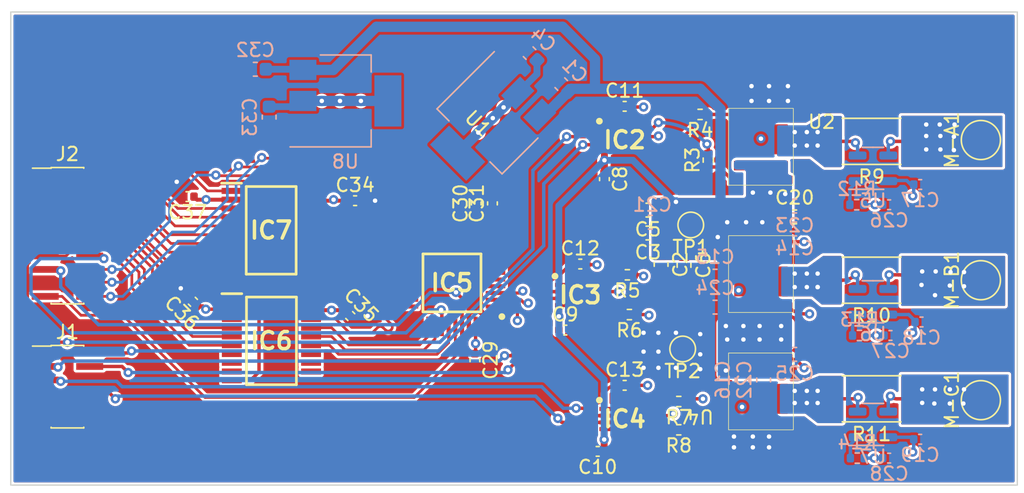
<source format=kicad_pcb>
(kicad_pcb (version 20211014) (generator pcbnew)
  (layers (0 "F.Cu" signal "Front") (1 "In1.Cu" signal) (2 "In2.Cu" mixed) (31 "B.Cu" signal "Back") (34 "B.Paste" user) (35 "F.Paste" user) (36 "B.SilkS" user "B.Silkscreen") (37 "F.SilkS" user "F.Silkscreen") (38 "B.Mask" user) (39 "F.Mask" user) (44 "Edge.Cuts" user))
  (property "2" "/2")
  (net 0 "")
  (net 1 "batt")
  (net 2 "GND")
  (net 3 "5v")
  (net 4 "A_current")
  (net 5 "en3")
  (net 6 "en2")
  (net 7 "en1")
  (net 8 "pwm2")
  (net 9 "pwm3")
  (net 10 "pwm1")
  (net 12 "3v3")
  (net 13 "Net-(C11-Pad1)")
  (net 14 "Net-(C11-Pad2)")
  (net 15 "Net-(C12-Pad1)")
  (net 16 "Net-(C12-Pad2)")
  (net 17 "Net-(C13-Pad1)")
  (net 18 "Net-(C13-Pad2)")
  (net 19 "Net-(C30-Pad1)")
  (net 20 "Net-(IC4-Pad5)")
  (net 21 "Net-(R3-Pad1)")
  (net 22 "Net-(IC2-Pad8)")
  (net 23 "Net-(IC4-Pad8)")
  (net 24 "Net-(IC2-Pad5)")
  (net 25 "Net-(R5-Pad1)")
  (net 26 "Net-(IC3-Pad8)")
  (net 28 "Net-(IC3-Pad5)")
  (net 33 "A")
  (net 34 "B")
  (net 35 "C")
  (net 36 "Net-(R12-Pad2)")
  (net 39 "/adc/busy")
  (net 40 "B_current")
  (net 41 "/adc/b0")
  (net 42 "C_current")
  (net 43 "/adc/b1")
  (net 44 "/adc/b2")
  (net 45 "/adc/b3")
  (net 46 "/adc/b4")
  (net 47 "/adc/b5")
  (net 48 "/adc/b6")
  (net 49 "/adc/b7")
  (net 50 "/adc/b8")
  (net 51 "/adc/b9")
  (net 52 "/adc/b10")
  (net 53 "/adc/b11")
  (net 56 "Net-(IC7-Pad1)")
  (net 57 "Net-(IC7-Pad3)")
  (net 60 "/adc/a2")
  (net 61 "/adc/a1")
  (net 62 "/adc/a0")
  (net 63 "/adc/wr")
  (net 64 "/adc/clk")
  (net 65 "/adc/rd")
  (net 66 "Net-(IC7-Pad4)")
  (net 67 "Net-(IC7-Pad5)")
  (net 68 "Net-(IC7-Pad6)")
  (net 69 "Net-(IC7-Pad7)")
  (net 70 "Net-(IC7-Pad8)")
  (net 71 "Net-(IC7-Pad9)")
  (net 72 "Net-(R7-Pad1)")
  (net 73 "Net-(R4-Pad1)")
  (net 74 "Net-(R6-Pad1)")
  (net 75 "Net-(IC6-Pad1)")
  (net 76 "Net-(IC6-Pad3)")
  (net 77 "Net-(IC6-Pad4)")
  (net 78 "Net-(IC6-Pad5)")
  (net 79 "Net-(IC6-Pad6)")
  (net 83 "Net-(R8-Pad1)")
  (net 84 "Net-(R13-Pad2)")
  (net 85 "Net-(R14-Pad2)")
  (footprint "Connector_PinHeader_1.00mm:PinHeader_2x06_P1.00mm_Vertical_SMD" (layer "F.Cu") (at 71.198607 88.889138)
    (fp_text reference "J1")
    (fp_text value "Conn_02x06_Counter_Clockwise" hide)
  )
  (footprint "foc_fpga:pdfn5060" (layer "F.Cu") (at 122.598607 81.081638 180)
    (fp_text reference "U3" hide)
    (fp_text value "ru30j30m" hide)
  )
  (footprint "Connector_PinHeader_1.00mm:PinHeader_2x10_P1.00mm_Vertical_SMD" (layer "F.Cu") (at 71.198607 77.689138)
    (fp_text reference "J2")
    (fp_text value "Conn_02x10_Counter_Clockwise" hide)
  )
  (footprint "Resistor_SMD:R_2512_6332Metric" (layer "F.Cu") (at 130.798607 89.789138 180)
    (fp_text reference "R11")
    (fp_text value "1m")
  )
  (footprint "Capacitor_SMD:C_0402_1005Metric" (layer "F.Cu") (at 92.159196 83.649727 -45)
    (fp_text reference "C35")
    (fp_text value "100nf")
  )
  (footprint "Capacitor_SMD:C_0603_1608Metric" (layer "F.Cu") (at 125.098607 76.289138)
    (fp_text reference "C20")
    (fp_text value "22uf")
  )
  (footprint "KiCad:SON50P300X300X100-9N-D" (layer "F.Cu") (at 112.498607 91.289138)
    (fp_text reference "IC4")
    (fp_text value "NCP81155MNTXG" hide)
  )
  (footprint "Resistor_SMD:R_0402_1005Metric" (layer "F.Cu") (at 118.088607 68.689138 180)
    (fp_text reference "R4")
    (fp_text value "20")
  )
  (footprint "Resistor_SMD:R_0402_1005Metric" (layer "F.Cu") (at 116.508607 92.089138 180)
    (fp_text reference "R8")
    (fp_text value "20")
  )
  (footprint "KiCad:SON50P300X300X100-9N-D" (layer "F.Cu") (at 112.498607 70.589138)
    (fp_text reference "IC2")
    (fp_text value "NCP81155MNTXG" hide)
  )
  (footprint "Capacitor_SMD:C_0402_1005Metric" (layer "F.Cu") (at 80.498607 82.589138 135)
    (fp_text reference "C36")
    (fp_text value "100nf")
  )
  (footprint "TestPoint:TestPoint_Pad_D2.5mm" (layer "F.Cu") (at 138.898607 80.989138 90)
    (fp_text reference "M-B1")
    (fp_text value "TestPoint")
  )
  (footprint "foc_fpga:pdfn5060" (layer "F.Cu") (at 122.598607 89.789138 180)
    (fp_text reference "U4")
    (fp_text value "ru30j30m" hide)
  )
  (footprint "KiCad:QFP50P700X700X120-32N" (layer "F.Cu") (at 99.698607 81.189138 180)
    (fp_text reference "IC5")
    (fp_text value "ADS7852Y_2K" hide)
  )
  (footprint "Resistor_SMD:R_0402_1005Metric" (layer "F.Cu") (at 116.508607 89.989138 180)
    (fp_text reference "R7")
    (fp_text value "20")
  )
  (footprint "Capacitor_SMD:C_0603_1608Metric" (layer "F.Cu") (at 114.223607 75.789138 180)
    (fp_text reference "C5")
    (fp_text value "22uf")
  )
  (footprint "Capacitor_SMD:C_0402_1005Metric" (layer "F.Cu") (at 108.098607 84.689138)
    (fp_text reference "C9")
    (fp_text value "2.2uf")
  )
  (footprint "Capacitor_SMD:C_0402_1005Metric" (layer "F.Cu") (at 112.498607 88.789138)
    (fp_text reference "C13")
    (fp_text value "100nf")
  )
  (footprint "Capacitor_SMD:C_0402_1005Metric" (layer "F.Cu") (at 101.498607 75.289138 90)
    (fp_text reference "C30")
    (fp_text value "100nf")
  )
  (footprint "Capacitor_SMD:C_0402_1005Metric" (layer "F.Cu") (at 92.518607 75.089138)
    (fp_text reference "C34")
    (fp_text value "100nf")
  )
  (footprint "Capacitor_SMD:C_0402_1005Metric" (layer "F.Cu") (at 110.998607 73.489138 -90)
    (fp_text reference "C8")
    (fp_text value "2.2uf")
  )
  (footprint "Capacitor_SMD:C_0603_1608Metric" (layer "F.Cu") (at 114.223607 77.489138 180)
    (fp_text reference "C3")
    (fp_text value "22uf")
  )
  (footprint "Resistor_SMD:R_2512_6332Metric" (layer "F.Cu") (at 130.798607 70.689138 180)
    (fp_text reference "R9")
    (fp_text value "1m")
  )
  (footprint "Capacitor_SMD:C_0402_1005Metric" (layer "F.Cu") (at 80.098607 74.789138 180)
    (fp_text reference "C37")
    (fp_text value "100nf")
  )
  (footprint "Capacitor_SMD:C_0402_1005Metric" (layer "F.Cu") (at 109.208607 79.789138)
    (fp_text reference "C12")
    (fp_text value "100nf")
  )
  (footprint "Capacitor_SMD:C_0402_1005Metric" (layer "F.Cu") (at 101.398607 86.919138 -90)
    (fp_text reference "C29")
    (fp_text value "100nf")
  )
  (footprint "Capacitor_SMD:C_0402_1005Metric" (layer "F.Cu") (at 112.498607 68.089138)
    (fp_text reference "C11")
    (fp_text value "100nf")
  )
  (footprint "Resistor_SMD:R_0402_1005Metric" (layer "F.Cu") (at 112.698607 80.589138 180)
    (fp_text reference "R5")
    (fp_text value "20")
  )
  (footprint "KiCad:SON50P300X300X100-9N-D" (layer "F.Cu") (at 109.208607 82.089138)
    (fp_text reference "IC3")
    (fp_text value "NCP81155MNTXG" hide)
  )
  (footprint "Capacitor_SMD:C_0402_1005Metric" (layer "F.Cu") (at 110.498607 93.689138 180)
    (fp_text reference "C10")
    (fp_text value "2.2uf")
  )
  (footprint "TestPoint:TestPoint_Pad_D1.5mm" (layer "F.Cu") (at 117.398607 76.889138 180)
    (fp_text reference "TP1")
    (fp_text value "batt")
  )
  (footprint "TestPoint:TestPoint_Pad_D2.5mm" (layer "F.Cu") (at 138.898607 89.889138 90)
    (fp_text reference "M-C1")
    (fp_text value "TestPoint")
  )
  (footprint "TestPoint:TestPoint_Pad_D2.5mm" (layer "F.Cu") (at 138.898607 70.589138 90)
    (fp_text reference "M-A1")
    (fp_text value "TestPoint")
  )
  (footprint "Capacitor_SMD:C_0402_1005Metric" (layer "F.Cu") (at 102.698607 75.289138 90)
    (fp_text reference "C31")
    (fp_text value "2.2uf")
  )
  (footprint "Resistor_SMD:R_0402_1005Metric" (layer "F.Cu") (at 112.848607 83.539138 180)
    (fp_text reference "R6")
    (fp_text value "20")
  )
  (footprint "foc_fpga:pdfn5060" (layer "F.Cu") (at 122.598607 70.539138)
    (fp_text reference "U2")
    (fp_text value "ru30j30m" hide)
  )
  (footprint "Capacitor_SMD:C_0603_1608Metric" (layer "F.Cu") (at 115.198607 79.814138 -90)
    (fp_text reference "C2")
    (fp_text value "22uf")
  )
  (footprint "TestPoint:TestPoint_Pad_D1.5mm" (layer "F.Cu") (at 116.798607 86.089138 180)
    (fp_text reference "TP2")
    (fp_text value "gnd")
  )
  (footprint "KiCad:SOP65P640X120-20N" (layer "F.Cu") (at 86.298607 77.289138)
    (fp_text reference "IC7")
    (fp_text value "TXB0108PWRG4" hide)
  )
  (footprint "Resistor_SMD:R_0402_1005Metric" (layer "F.Cu") (at 118.698607 72.079139 90)
    (fp_text reference "R3")
    (fp_text value "20")
  )
  (footprint "KiCad:SOP65P640X120-20N" (layer "F.Cu") (at 86.318607 85.489138)
    (fp_text reference "IC6")
    (fp_text value "TXB0108PWRG4" hide)
  )
  (footprint "Resistor_SMD:R_2512_6332Metric" (layer "F.Cu") (at 130.798607 80.989138 180)
    (fp_text reference "R10")
    (fp_text value "1m")
  )
  (footprint "Capacitor_SMD:C_0603_1608Metric" (layer "F.Cu") (at 116.898607 79.889138 -90)
    (fp_text reference "C6")
    (fp_text value "22uf")
  )
  (footprint "Capacitor_SMD:C_0603_1608Metric" (layer "B.Cu") (at 119.198607 80.689138 180)
    (fp_text reference "C15")
    (fp_text value "22uf")
  )
  (footprint "Capacitor_SMD:C_0603_1608Metric" (layer "B.Cu") (at 125.098607 75.489138)
    (fp_text reference "C23")
    (fp_text value "22uf")
  )
  (footprint "Capacitor_SMD:C_0402_1005Metric" (layer "B.Cu") (at 134.498607 84.089138)
    (fp_text reference "C18")
    (fp_text value "100nf")
  )
  (footprint "Package_TO_SOT_SMD:SOT-23-5" (layer "B.Cu") (at 130.898607 72.689138)
    (fp_text reference "U5")
    (fp_text value "INA180A2")
  )
  (footprint "Capacitor_SMD:C_0603_1608Metric" (layer "B.Cu") (at 122.798607 88.389138 -90)
    (fp_text reference "C22")
    (fp_text value "22uf")
  )
  (footprint "Package_TO_SOT_SMD:SOT-223-3_TabPin2" (layer "B.Cu") (at 91.798607 67.689138)
    (fp_text reference "U8")
    (fp_text value "AMS1117-3.3")
  )
  (footprint "Capacitor_SMD:C_0603_1608Metric" (layer "B.Cu") (at 105.448607 64.139138 135)
    (fp_text reference "C4")
    (fp_text value "2.2uf")
  )
  (footprint "Capacitor_SMD:C_0402_1005Metric" (layer "B.Cu") (at 132.098607 94.189138)
    (fp_text reference "C28")
    (fp_text value "47nf")
  )
  (footprint "Resistor_SMD:R_0402_1005Metric" (layer "B.Cu") (at 129.698607 75.389138 180)
    (fp_text reference "R12")
    (fp_text value "1k")
  )
  (footprint "Capacitor_SMD:C_0603_1608Metric" (layer "B.Cu") (at 119.198607 82.989138 180)
    (fp_text reference "C24")
    (fp_text value "22uf")
  )
  (footprint "Capacitor_SMD:C_0402_1005Metric" (layer "B.Cu") (at 132.198607 85.089138)
    (fp_text reference "C27")
    (fp_text value "47nf")
  )
  (footprint "Package_TO_SOT_SMD:SOT-223-3_TabPin2" (layer "B.Cu") (at 102.348607 69.339138 -135)
    (fp_text reference "U1")
    (fp_text value "AMS1117-5.0")
  )
  (footprint "Capacitor_SMD:C_0603_1608Metric" (layer "B.Cu") (at 86.148607 68.889138 -90)
    (fp_text reference "C33")
    (fp_text value "2.2uf")
  )
  (footprint "Capacitor_SMD:C_0402_1005Metric" (layer "B.Cu") (at 134.398607 92.789138)
    (fp_text reference "C19")
    (fp_text value "100nf")
  )
  (footprint "Capacitor_SMD:C_0603_1608Metric" (layer "B.Cu") (at 107.796615 66.437146 135)
    (fp_text reference "C1")
    (fp_text value "2.2uf")
  )
  (footprint "Capacitor_SMD:C_0402_1005Metric" (layer "B.Cu") (at 134.398607 73.889138)
    (fp_text reference "C17")
    (fp_text value "100nf")
  )
  (footprint "Capacitor_SMD:C_0603_1608Metric" (layer "B.Cu") (at 114.398607 76.689138 180)
    (fp_text reference "C21")
    (fp_text value "22uf")
  )
  (footprint "Package_TO_SOT_SMD:SOT-23-5" (layer "B.Cu") (at 130.898607 82.589138)
    (fp_text reference "U6")
    (fp_text value "INA180A2")
  )
  (footprint "Package_TO_SOT_SMD:SOT-23-5" (layer "B.Cu") (at 130.898607 91.689138)
    (fp_text reference "U7")
    (fp_text value "INA180A2")
  )
  (footprint "Capacitor_SMD:C_0402_1005Metric" (layer "B.Cu") (at 132.098607 75.389138)
    (fp_text reference "C26")
    (fp_text value "47nf")
  )
  (footprint "Capacitor_SMD:C_0603_1608Metric" (layer "B.Cu") (at 121.198607 88.389138 -90)
    (fp_text reference "C16")
    (fp_text value "22uf")
  )
  (footprint "Capacitor_SMD:C_0603_1608Metric" (layer "B.Cu") (at 85.123607 65.339138 180)
    (fp_text reference "C32")
    (fp_text value "2.2uf")
  )
  (footprint "Resistor_SMD:R_0402_1005Metric" (layer "B.Cu") (at 129.738607 94.189138 180)
    (fp_text reference "R14")
    (fp_text value "1k")
  )
  (footprint "Capacitor_SMD:C_0603_1608Metric" (layer "B.Cu") (at 125.098607 86.489138)
    (fp_text reference "C25")
    (fp_text value "22uf")
  )
  (footprint "Resistor_SMD:R_0402_1005Metric" (layer "B.Cu") (at 129.898607 85.089138 180)
    (fp_text reference "R13")
    (fp_text value "1k")
  )
  (footprint "Capacitor_SMD:C_0603_1608Metric" (layer "B.Cu") (at 125.098607 77.189138)
    (fp_text reference "C14")
    (fp_text value "22uf")
  )
  (gr_rect (start 66.998607 61.089138) (end 141.598607 96.189138) (layer "Edge.Cuts") (width 0.1) (fill none))
  (segment (start 110.998607 73.009138) (end 110.998607 72.089138) (width 0.508) (layer "F.Cu") (net 1))
  (segment (start 110.998607 72.089138) (end 110.998607 71.489138) (width 0.508) (layer "F.Cu") (net 1))
  (segment (start 110.978607 92.809138) (end 110.978607 92.109138) (width 0.508) (layer "F.Cu") (net 1))
  (segment (start 107.618607 83.669138) (end 107.618607 82.979138) (width 0.508) (layer "F.Cu") (net 1))
  (segment (start 110.978607 93.689138) (end 110.978607 92.809138) (width 0.508) (layer "F.Cu") (net 1))
  (segment (start 107.618607 84.689138) (end 107.618607 83.669138) (width 0.508) (layer "F.Cu") (net 1))
  (via (at 110.978607 92.809138) (size 0.6858) (drill 0.3302) (layers "F.Cu" "B.Cu") (net 1))
  (via (at 121.298607 84.389138) (size 0.6858) (drill 0.3302) (layers "F.Cu" "B.Cu") (net 1))
  (via (at 121.498607 76.689138) (size 0.6858) (drill 0.3302) (layers "F.Cu" "B.Cu") (net 1))
  (via (at 124.098607 85.389138) (size 0.6858) (drill 0.3302) (layers "F.Cu" "B.Cu") (net 1))
  (via (at 116.298607 75.177263) (size 0.6858) (drill 0.3302) (layers "F.Cu" "B.Cu") (net 1))
  (via (at 120.098607 85.389138) (size 0.6858) (drill 0.3302) (layers "F.Cu" "B.Cu") (net 1))
  (via (at 119.998607 84.389138) (size 0.6858) (drill 0.3302) (layers "F.Cu" "B.Cu") (net 1))
  (via (at 121.298607 85.389138) (size 0.6858) (drill 0.3302) (layers "F.Cu" "B.Cu") (net 1))
  (via (at 110.998607 72.089138) (size 0.6858) (drill 0.3302) (layers "F.Cu" "B.Cu") (net 1))
  (via (at 122.498607 85.389138) (size 0.6858) (drill 0.3302) (layers "F.Cu" "B.Cu") (net 1))
  (via (at 119.998607 87.689138) (size 0.6858) (drill 0.3302) (layers "F.Cu" "B.Cu") (net 1))
  (via (at 120.098607 76.689138) (size 0.6858) (drill 0.3302) (layers "F.Cu" "B.Cu") (net 1))
  (via (at 124.098607 84.389138) (size 0.6858) (drill 0.3302) (layers "F.Cu" "B.Cu") (net 1))
  (via (at 123.298607 74.489138) (size 0.6858) (drill 0.3302) (layers "F.Cu" "B.Cu") (net 1))
  (via (at 119.398607 77.789138) (size 0.6858) (drill 0.3302) (layers "F.Cu" "B.Cu") (net 1))
  (via (at 124.398607 74.589138) (size 0.6858) (drill 0.3302) (layers "F.Cu" "B.Cu") (net 1))
  (via (at 107.618607 83.669138) (size 0.6858) (drill 0.3302) (layers "F.Cu" "B.Cu") (net 1))
  (via (at 122.498607 84.389138) (size 0.6858) (drill 0.3302) (layers "F.Cu" "B.Cu") (net 1))
  (via (at 121.998607 74.489138) (size 0.6858) (drill 0.3302) (layers "F.Cu" "B.Cu") (net 1))
  (via (at 122.698607 76.689138) (size 0.6858) (drill 0.3302) (layers "F.Cu" "B.Cu") (net 1))
  (segment (start 110.998607 72.089138) (end 107.618607 75.469138) (width 0.508) (layer "B.Cu") (net 1))
  (segment (start 107.618607 75.469138) (end 107.618607 83.669138) (width 0.508) (layer "B.Cu") (net 1))
  (segment (start 119.598607 76.189138) (end 119.598607 68.289138) (width 0.762) (layer "B.Cu") (net 1))
  (segment (start 118.098607 66.789138) (end 110.298607 66.789138) (width 0.762) (layer "B.Cu") (net 1))
  (segment (start 107.618607 83.669138) (end 107.618607 85.009138) (width 0.508) (layer "B.Cu") (net 1))
  (segment (start 110.998607 72.089138) (end 113.098607 72.089138) (width 0.508) (layer "B.Cu") (net 1))
  (segment (start 120.098607 76.689138) (end 119.598607 76.189138) (width 0.762) (layer "B.Cu") (net 1))
  (segment (start 110.978607 88.369138) (end 110.978607 92.809138) (width 0.508) (layer "B.Cu") (net 1))
  (segment (start 85.898607 65.339138) (end 88.598607 65.339138) (width 0.508) (layer "B.Cu") (net 1))
  (segment (start 90.898607 65.389138) (end 94.098607 62.189138) (width 0.762) (layer "B.Cu") (net 1))
  (segment (start 110.298607 66.789138) (end 108.540639 66.789138) (width 0.762) (layer "B.Cu") (net 1))
  (segment (start 113.098607 72.089138) (end 116.186732 75.177263) (width 0.508) (layer "B.Cu") (net 1))
  (segment (start 107.898607 62.189138) (end 110.298607 64.589138) (width 0.762) (layer "B.Cu") (net 1))
  (segment (start 106.59168 68.738097) (end 107.469623 67.860154) (width 0.762) (layer "B.Cu") (net 1))
  (segment (start 107.618607 85.009138) (end 110.978607 88.369138) (width 0.508) (layer "B.Cu") (net 1))
  (segment (start 116.186732 75.177263) (end 116.298607 75.177263) (width 0.508) (layer "B.Cu") (net 1))
  (segment (start 110.298607 64.589138) (end 110.298607 66.789138) (width 0.762) (layer "B.Cu") (net 1))
  (segment (start 119.598607 68.289138) (end 118.098607 66.789138) (width 0.762) (layer "B.Cu") (net 1))
  (segment (start 107.469623 67.860154) (end 108.344623 66.985154) (width 0.762) (layer "B.Cu") (net 1))
  (segment (start 88.648607 65.389138) (end 90.898607 65.389138) (width 0.762) (layer "B.Cu") (net 1))
  (segment (start 94.098607 62.189138) (end 107.898607 62.189138) (width 0.762) (layer "B.Cu") (net 1))
  (segment (start 108.540639 66.789138) (end 107.469623 67.860154) (width 0.762) (layer "B.Cu") (net 1))
  (via (at 116.298607 84.889138) (size 0.6858) (drill 0.3302) (layers "F.Cu" "B.Cu") (net 2))
  (via (at 124.598607 66.589138) (size 0.6858) (drill 0.3302) (layers "F.Cu" "B.Cu") (net 2))
  (via (at 114.998607 87.489138) (size 0.6858) (drill 0.3302) (layers "F.Cu" "B.Cu") (net 2))
  (via (at 93.998607 75.089138) (size 0.6858) (drill 0.3302) (layers "F.Cu" "B.Cu") (net 2))
  (via (at 121.898607 66.589138) (size 0.6858) (drill 0.3302) (layers "F.Cu" "B.Cu") (net 2))
  (via (at 113.898606 84.889138) (size 0.6858) (drill 0.3302) (layers "F.Cu" "B.Cu") (net 2))
  (via (at 120.598607 93.389138) (size 0.6858) (drill 0.3302) (layers "F.Cu" "B.Cu") (net 2))
  (via (at 114.998607 86.289138) (size 0.6858) (drill 0.3302) (layers "F.Cu" "B.Cu") (net 2))
  (via (at 121.998607 93.389138) (size 0.6858) (drill 0.3302) (layers "F.Cu" "B.Cu") (net 2))
  (via (at 121.998607 92.589138) (size 0.6858) (drill 0.3302) (layers "F.Cu" "B.Cu") (net 2))
  (via (at 123.198607 66.589138) (size 0.6858) (drill 0.3302) (layers "F.Cu" "B.Cu") (net 2))
  (via (at 121.898607 67.689138) (size 0.6858) (drill 0.3302) (layers "F.Cu" "B.Cu") (net 2))
  (via (at 114.998607 84.889138) (size 0.6858) (drill 0.3302) (layers "F.Cu" "B.Cu") (net 2))
  (via (at 116.298607 87.489138) (size 0.6858) (drill 0.3302) (layers "F.Cu" "B.Cu") (net 2))
  (via (at 113.898606 86.289138) (size 0.6858) (drill 0.3302) (layers "F.Cu" "B.Cu") (net 2))
  (via (at 123.198607 92.589138) (size 0.6858) (drill 0.3302) (layers "F.Cu" "B.Cu") (net 2))
  (via (at 118.098607 84.989138) (size 0.6858) (drill 0.3302) (layers "F.Cu" "B.Cu") (net 2))
  (via (at 120.598607 92.589138) (size 0.6858) (drill 0.3302) (layers "F.Cu" "B.Cu") (net 2))
  (via (at 79.598607 81.589138) (size 0.6858) (drill 0.3302) (layers "F.Cu" "B.Cu") (net 2))
  (via (at 123.198607 67.689138) (size 0.6858) (drill 0.3302) (layers "F.Cu" "B.Cu") (net 2))
  (via (at 123.198607 93.389138) (size 0.6858) (drill 0.3302) (layers "F.Cu" "B.Cu") (net 2))
  (via (at 113.898606 87.489138) (size 0.6858) (drill 0.3302) (layers "F.Cu" "B.Cu") (net 2))
  (via (at 79.298607 73.689138) (size 0.6858) (drill 0.3302) (layers "F.Cu" "B.Cu") (net 2))
  (via (at 124.598607 67.689138) (size 0.6858) (drill 0.3302) (layers "F.Cu" "B.Cu") (net 2))
  (via (at 118.098607 87.589138) (size 0.6858) (drill 0.3302) (layers "F.Cu" "B.Cu") (net 2))
  (via (at 93.448607 83.639138) (size 0.6858) (drill 0.3302) (layers "F.Cu" "B.Cu") (net 2))
  (via (at 118.098607 86.489138) (size 0.6858) (drill 0.3302) (layers "F.Cu" "B.Cu") (net 2))
  (segment (start 92.038607 75.089138) (end 89.311607 75.089138) (width 0.29337) (layer "F.Cu") (net 3))
  (segment (start 89.256607 83.214138) (end 90.773607 83.214138) (width 0.29337) (layer "F.Cu") (net 3))
  (segment (start 90.923607 75.014138) (end 90.943607 75.014138) (width 0.254) (layer "F.Cu") (net 3))
  (segment (start 101.448607 84.414138) (end 101.448607 85.689138) (width 0.254) (layer "F.Cu") (net 3))
  (segment (start 101.448607 85.689138) (end 101.448607 86.389138) (width 0.254) (layer "F.Cu") (net 3))
  (segment (start 91.723607 83.214138) (end 91.819785 83.310316) (width 0.29337) (layer "F.Cu") (net 3))
  (segment (start 90.773607 83.214138) (end 91.723607 83.214138) (width 0.29337) (layer "F.Cu") (net 3))
  (via (at 103.523607 68.164138) (size 0.6858) (drill 0.3302) (layers "F.Cu" "B.Cu") (net 3))
  (via (at 101.648607 70.039138) (size 0.6858) (drill 0.3302) (layers "F.Cu" "B.Cu") (net 3))
  (via (at 90.773607 83.214138) (size 0.6858) (drill 0.3302) (layers "F.Cu" "B.Cu") (net 3))
  (via (at 133.848607 93.739138) (size 0.6858) (drill 0.3302) (layers "F.Cu" "B.Cu") (net 3))
  (via (at 133.848607 74.739138) (size 0.6858) (drill 0.3302) (layers "F.Cu" "B.Cu") (net 3))
  (via (at 101.448607 85.689138) (size 0.6858) (drill 0.3302) (layers "F.Cu" "B.Cu") (net 3))
  (via (at 133.848607 84.889138) (size 0.6858) (drill 0.3302) (layers "F.Cu" "B.Cu") (net 3))
  (via (at 102.723607 68.964138) (size 0.6858) (drill 0.3302) (layers "F.Cu" "B.Cu") (net 3))
  (via (at 90.923607 75.014138) (size 0.6858) (drill 0.3302) (layers "F.Cu" "B.Cu") (net 3))
  (segment (start 134.018607 84.819138) (end 133.948607 84.889138) (width 0.254) (layer "B.Cu") (net 3))
  (segment (start 133.918607 74.669138) (end 133.848607 74.739138) (width 0.254) (layer "B.Cu") (net 3))
  (segment (start 134.018607 84.009138) (end 133.548607 83.539138) (width 0.254) (layer "B.Cu") (net 3))
  (segment (start 133.698607 73.889138) (end 133.398607 73.589138) (width 0.254) (layer "B.Cu") (net 3))
  (segment (start 132.036107 92.639138) (end 133.768607 92.639138) (width 0.254) (layer "B.Cu") (net 3))
  (segment (start 133.918607 73.889138) (end 133.698607 73.889138) (width 0.254) (layer "B.Cu") (net 3))
  (segment (start 102.723607 68.964138) (end 101.648607 70.039138) (width 0.762) (layer "B.Cu") (net 3))
  (segment (start 101.648607 70.039138) (end 100.121221 71.566524) (width 0.762) (layer "B.Cu") (net 3))
  (segment (start 104.575993 67.111752) (end 103.523607 68.164138) (width 0.762) (layer "B.Cu") (net 3))
  (segment (start 133.548607 83.539138) (end 132.036107 83.539138) (width 0.254) (layer "B.Cu") (net 3))
  (segment (start 105.996615 64.687146) (end 105.996615 65.69113) (width 0.508) (layer "B.Cu") (net 3))
  (segment (start 133.918607 73.889138) (end 133.918607 74.669138) (width 0.254) (layer "B.Cu") (net 3))
  (segment (start 134.018607 84.089138) (end 134.018607 84.819138) (width 0.254) (layer "B.Cu") (net 3))
  (segment (start 133.918607 92.789138) (end 133.918607 93.709138) (width 0.254) (layer "B.Cu") (net 3))
  (segment (start 105.996615 65.69113) (end 104.575993 67.111752) (width 0.508) (layer "B.Cu") (net 3))
  (segment (start 133.398607 73.589138) (end 132.086107 73.589138) (width 0.254) (layer "B.Cu") (net 3))
  (segment (start 103.523607 68.164138) (end 102.723607 68.964138) (width 0.762) (layer "B.Cu") (net 3))
  (segment (start 104.798607 81.939138) (end 102.923607 81.939138) (width 0.23495) (layer "F.Cu") (net 4))
  (segment (start 104.948607 81.789138) (end 104.798607 81.939138) (width 0.23495) (layer "F.Cu") (net 4))
  (via (at 104.948607 81.789138) (size 0.6858) (drill 0.3302) (layers "F.Cu" "B.Cu") (net 4))
  (via (at 131.048607 75.389138) (size 0.6858) (drill 0.3302) (layers "F.Cu" "B.Cu") (net 4))
  (segment (start 130.208607 75.389138) (end 131.618607 75.389138) (width 0.254) (layer "B.Cu") (net 4))
  (segment (start 74.348607 89.389138) (end 72.848607 89.389138) (width 0.254) (layer "F.Cu") (net 5))
  (segment (start 74.748607 89.789138) (end 74.348607 89.389138) (width 0.254) (layer "F.Cu") (net 5))
  (segment (start 111.048607 91.539138) (end 107.848607 91.539138) (width 0.254) (layer "F.Cu") (net 5))
  (segment (start 107.848607 91.539138) (end 107.548607 91.239138) (width 0.254) (layer "F.Cu") (net 5))
  (via (at 107.548607 91.239138) (size 0.6858) (drill 0.3302) (layers "F.Cu" "B.Cu") (net 5))
  (via (at 74.748607 89.789138) (size 0.6858) (drill 0.3302) (layers "F.Cu" "B.Cu") (net 5))
  (segment (start 74.948607 89.589138) (end 74.748607 89.789138) (width 0.254) (layer "B.Cu") (net 5))
  (segment (start 107.548607 91.239138) (end 105.898607 89.589138) (width 0.254) (layer "B.Cu") (net 5))
  (segment (start 105.898607 89.589138) (end 74.948607 89.589138) (width 0.254) (layer "B.Cu") (net 5))
  (segment (start 106.429607 85.058138) (end 103.848607 87.639138) (width 0.254) (layer "F.Cu") (net 6))
  (segment (start 107.758607 82.339138) (end 106.948607 82.339138) (width 0.254) (layer "F.Cu") (net 6))
  (segment (start 72.848607 87.389138) (end 75.248607 87.389138) (width 0.254) (layer "F.Cu") (net 6))
  (segment (start 106.948607 82.339138) (end 106.429607 82.858138) (width 0.254) (layer "F.Cu") (net 6))
  (segment (start 106.429607 82.858138) (end 106.429607 85.058138) (width 0.254) (layer "F.Cu") (net 6))
  (segment (start 75.248607 87.389138) (end 75.698607 87.839138) (width 0.254) (layer "F.Cu") (net 6))
  (via (at 75.698607 87.839138) (size 0.6858) (drill 0.3302) (layers "F.Cu" "B.Cu") (net 6))
  (via (at 103.848607 87.639138) (size 0.6858) (drill 0.3302) (layers "F.Cu" "B.Cu") (net 6))
  (segment (start 103.648607 87.839138) (end 103.848607 87.639138) (width 0.254) (layer "B.Cu") (net 6))
  (segment (start 75.698607 87.839138) (end 103.648607 87.839138) (width 0.254) (layer "B.Cu") (net 6))
  (segment (start 110.198607 70.839138) (end 111.048607 70.839138) (width 0.254) (layer "F.Cu") (net 7))
  (segment (start 110.098607 70.939138) (end 110.198607 70.839138) (width 0.254) (layer "F.Cu") (net 7))
  (segment (start 75.798607 86.389138) (end 75.948607 86.239138) (width 0.254) (layer "F.Cu") (net 7))
  (segment (start 72.848607 86.389138) (end 75.798607 86.389138) (width 0.254) (layer "F.Cu") (net 7))
  (segment (start 109.398607 70.939138) (end 110.098607 70.939138) (width 0.254) (layer "F.Cu") (net 7))
  (via (at 109.398607 70.939138) (size 0.6858) (drill 0.3302) (layers "F.Cu" "B.Cu") (net 7))
  (via (at 75.948607 86.239138) (size 0.6858) (drill 0.3302) (layers "F.Cu" "B.Cu") (net 7))
  (segment (start 106.498607 78.427954) (end 106.498607 73.839138) (width 0.254) (layer "B.Cu") (net 7))
  (segment (start 75.948607 86.239138) (end 98.687423 86.239138) (width 0.254) (layer "B.Cu") (net 7))
  (segment (start 106.498607 73.839138) (end 109.398607 70.939138) (width 0.254) (layer "B.Cu") (net 7))
  (segment (start 98.687423 86.239138) (end 106.498607 78.427954) (width 0.254) (layer "B.Cu") (net 7))
  (segment (start 106.548607 81.839138) (end 107.758607 81.839138) (width 0.254) (layer "F.Cu") (net 8))
  (segment (start 103.598607 86.589138) (end 104.098607 86.589138) (width 0.254) (layer "F.Cu") (net 8))
  (segment (start 106.048607 82.339138) (end 106.548607 81.839138) (width 0.254) (layer "F.Cu") (net 8))
  (segment (start 70.448607 87.389138) (end 70.498607 87.439138) (width 0.254) (layer "F.Cu") (net 8))
  (segment (start 104.098607 86.589138) (end 106.048607 84.639138) (width 0.254) (layer "F.Cu") (net 8))
  (segment (start 69.548607 87.389138) (end 70.448607 87.389138) (width 0.254) (layer "F.Cu") (net 8))
  (segment (start 106.048607 84.639138) (end 106.048607 82.339138) (width 0.254) (layer "F.Cu") (net 8))
  (via (at 70.498607 87.439138) (size 0.6858) (drill 0.3302) (layers "F.Cu" "B.Cu") (net 8))
  (via (at 103.598607 86.589138) (size 0.6858) (drill 0.3302) (layers "F.Cu" "B.Cu") (net 8))
  (segment (start 70.948607 86.989138) (end 103.198607 86.989138) (width 0.254) (layer "B.Cu") (net 8))
  (segment (start 103.198607 86.989138) (end 103.598607 86.589138) (width 0.254) (layer "B.Cu") (net 8))
  (segment (start 70.498607 87.439138) (end 70.948607 86.989138) (width 0.254) (layer "B.Cu") (net 8))
  (segment (start 109.998607 91.039138) (end 111.048607 91.039138) (width 0.254) (layer "F.Cu") (net 9))
  (segment (start 70.598607 88.389138) (end 70.698607 88.489138) (width 0.254) (layer "F.Cu") (net 9))
  (segment (start 69.548607 88.389138) (end 70.598607 88.389138) (width 0.254) (layer "F.Cu") (net 9))
  (segment (start 108.898607 90.489138) (end 109.448607 90.489138) (width 0.254) (layer "F.Cu") (net 9))
  (segment (start 109.448607 90.489138) (end 109.998607 91.039138) (width 0.254) (layer "F.Cu") (net 9))
  (via (at 108.898607 90.489138) (size 0.6858) (drill 0.3302) (layers "F.Cu" "B.Cu") (net 9))
  (via (at 70.698607 88.489138) (size 0.6858) (drill 0.3302) (layers "F.Cu" "B.Cu") (net 9))
  (segment (start 74.848607 88.489138) (end 75.248607 88.889138) (width 0.254) (layer "B.Cu") (net 9))
  (segment (start 75.248607 88.889138) (end 106.348607 88.889138) (width 0.254) (layer "B.Cu") (net 9))
  (segment (start 70.698607 88.489138) (end 74.848607 88.489138) (width 0.254) (layer "B.Cu") (net 9))
  (segment (start 107.948607 90.489138) (end 108.898607 90.489138) (width 0.254) (layer "B.Cu") (net 9))
  (segment (start 106.348607 88.889138) (end 107.948607 90.489138) (width 0.254) (layer "B.Cu") (net 9))
  (segment (start 71.198607 85.589138) (end 70.348607 85.589138) (width 0.254) (layer "F.Cu") (net 10))
  (segment (start 70.348607 85.589138) (end 69.548607 86.389138) (width 0.254) (layer "F.Cu") (net 10))
  (segment (start 111.048607 70.339138) (end 108.198607 70.339138) (width 0.254) (layer "F.Cu") (net 10))
  (via (at 108.198607 70.339138) (size 0.6858) (drill 0.3302) (layers "F.Cu" "B.Cu") (net 10))
  (via (at 71.198607 85.589138) (size 0.6858) (drill 0.3302) (layers "F.Cu" "B.Cu") (net 10))
  (segment (start 105.698607 72.839138) (end 105.698607 78.689138) (width 0.254) (layer "B.Cu") (net 10))
  (segment (start 98.798607 85.589138) (end 71.198607 85.589138) (width 0.254) (layer "B.Cu") (net 10))
  (segment (start 105.698607 78.689138) (end 98.798607 85.589138) (width 0.254) (layer "B.Cu") (net 10))
  (segment (start 108.198607 70.339138) (end 105.698607 72.839138) (width 0.254) (layer "B.Cu") (net 10))
  (segment (start 83.360607 75.014138) (end 84.923607 75.014138) (width 0.254) (layer "F.Cu") (net 12))
  (segment (start 84.773607 88.414138) (end 83.380607 88.414138) (width 0.254) (layer "F.Cu") (net 12))
  (segment (start 81.238018 82.928549) (end 81.448607 83.139138) (width 0.29337) (layer "F.Cu") (net 12))
  (segment (start 80.578607 74.789138) (end 80.803607 75.014138) (width 0.29337) (layer "F.Cu") (net 12))
  (segment (start 81.448607 83.139138) (end 83.305607 83.139138) (width 0.254) (layer "F.Cu") (net 12))
  (segment (start 85.398607 75.489138) (end 85.398607 79.489138) (width 0.254) (layer "F.Cu") (net 12))
  (segment (start 84.923607 75.014138) (end 85.398607 75.489138) (width 0.254) (layer "F.Cu") (net 12))
  (segment (start 80.803607 75.014138) (end 81.473607 75.014138) (width 0.29337) (layer "F.Cu") (net 12))
  (segment (start 81.473607 75.014138) (end 83.360607 75.014138) (width 0.29337) (layer "F.Cu") (net 12))
  (segment (start 85.398607 83.489138) (end 85.398607 87.789138) (width 0.254) (layer "F.Cu") (net 12))
  (segment (start 80.838018 82.928549) (end 81.238018 82.928549) (width 0.29337) (layer "F.Cu") (net 12))
  (segment (start 85.398607 87.789138) (end 84.773607 88.414138) (width 0.254) (layer "F.Cu") (net 12))
  (segment (start 83.380607 83.214138) (end 85.123607 83.214138) (width 0.254) (layer "F.Cu") (net 12))
  (segment (start 85.123607 83.214138) (end 85.398607 83.489138) (width 0.254) (layer "F.Cu") (net 12))
  (segment (start 84.673607 80.214138) (end 83.360607 80.214138) (width 0.254) (layer "F.Cu") (net 12))
  (segment (start 85.398607 79.489138) (end 84.673607 80.214138) (width 0.254) (layer "F.Cu") (net 12))
  (via (at 81.448607 83.139138) (size 0.6858) (drill 0.3302) (layers "F.Cu" "B.Cu") (net 12))
  (via (at 90.048607 67.689138) (size 0.6858) (drill 0.3302) (layers "F.Cu" "B.Cu") (net 12))
  (via (at 91.398607 67.689138) (size 0.6858) (drill 0.3302) (layers "F.Cu" "B.Cu") (net 12))
  (via (at 81.473607 75.014138) (size 0.6858) (drill 0.3302) (layers "F.Cu" "B.Cu") (net 12))
  (via (at 92.948607 67.689138) (size 0.6858) (drill 0.3302) (layers "F.Cu" "B.Cu") (net 12))
  (segment (start 86.148607 68.114138) (end 88.223607 68.114138) (width 0.508) (layer "B.Cu") (net 12))
  (segment (start 92.948607 67.689138) (end 94.948607 67.689138) (width 0.762) (layer "B.Cu") (net 12))
  (segment (start 90.048607 67.689138) (end 91.398607 67.689138) (width 0.762) (layer "B.Cu") (net 12))
  (segment (start 88.648607 67.689138) (end 90.048607 67.689138) (width 0.762) (layer "B.Cu") (net 12))
  (segment (start 91.398607 67.689138) (end 92.948607 67.689138) (width 0.762) (layer "B.Cu") (net 12))
  (segment (start 112.018607 68.089138) (end 110.898607 69.209138) (width 0.254) (layer "F.Cu") (net 13))
  (segment (start 110.898607 69.689138) (end 111.048607 69.839138) (width 0.254) (layer "F.Cu") (net 13))
  (segment (start 110.898607 69.209138) (end 110.898607 69.689138) (width 0.254) (layer "F.Cu") (net 13))
  (segment (start 113.898607 68.139138) (end 113.028607 68.139138) (width 0.254) (layer "F.Cu") (net 14))
  (segment (start 114.948607 70.339138) (end 114.998607 70.289138) (width 0.254) (layer "F.Cu") (net 14))
  (segment (start 129.357186 70.689138) (end 127.836107 70.689138) (width 0.254) (layer "F.Cu") (net 14))
  (segment (start 113.948607 70.339138) (end 114.948607 70.339138) (width 0.254) (layer "F.Cu") (net 14))
  (via (at 126.8 70) (size 0.6858) (drill 0.3302) (layers "F.Cu" "B.Cu") (net 14))
  (via (at 129.598607 70.789138) (size 0.6858) (drill 0.3302) (layers "F.Cu" "B.Cu") (net 14))
  (via (at 126 70) (size 0.6858) (drill 0.3302) (layers "F.Cu" "B.Cu") (net 14))
  (via (at 125.1 70) (size 0.6858) (drill 0.3302) (layers "F.Cu" "B.Cu") (net 14))
  (via (at 113.898607 68.139138) (size 0.6858) (drill 0.3302) (layers "F.Cu" "B.Cu") (net 14))
  (via (at 125.1 71) (size 0.6858) (drill 0.3302) (layers "F.Cu" "B.Cu") (net 14))
  (via (at 126.8 71) (size 0.6858) (drill 0.3302) (layers "F.Cu" "B.Cu") (net 14))
  (via (at 126 71) (size 0.6858) (drill 0.3302) (layers "F.Cu" "B.Cu") (net 14))
  (via (at 114.998607 70.289138) (size 0.6858) (drill 0.3302) (layers "F.Cu" "B.Cu") (net 14))
  (via (at 122.598607 70.489138) (size 0.6858) (drill 0.3302) (layers "F.Cu" "B.Cu") (net 14))
  (arc (start 129.598607 70.789138) (mid 129.487842 70.715127) (end 129.357186 70.689138) (width 0.254) (layer "F.Cu") (net 14))
  (segment (start 129.761107 71.739138) (end 129.761107 71.181447) (width 0.254) (layer "B.Cu") (net 14))
  (arc (start 129.761107 71.181447) (mid 129.718875 70.969131) (end 129.598607 70.789138) (width 0.254) (layer "B.Cu") (net 14))
  (segment (start 107.758607 80.529138) (end 107.758607 81.339138) (width 0.254) (layer "F.Cu") (net 15))
  (segment (start 108.498607 79.789138) (end 107.758607 80.529138) (width 0.254) (layer "F.Cu") (net 15))
  (segment (start 108.728607 79.789138) (end 108.498607 79.789138) (width 0.254) (layer "F.Cu") (net 15))
  (segment (start 128.632922 80.989138) (end 127.836107 80.989138) (width 0.254) (layer "F.Cu") (net 16))
  (segment (start 110.448607 79.839138) (end 109.738607 79.839138) (width 0.254) (layer "F.Cu") (net 16))
  (segment (start 110.658607 81.839138) (end 112.048607 81.839138) (width 0.254) (layer "F.Cu") (net 16))
  (via (at 120.948607 81.739138) (size 0.6858) (drill 0.3302) (layers "F.Cu" "B.Cu") (net 16))
  (via (at 126.8 81.5) (size 0.6858) (drill 0.3302) (layers "F.Cu" "B.Cu") (net 16))
  (via (at 125.1 80.5) (size 0.6858) (drill 0.3302) (layers "F.Cu" "B.Cu") (net 16))
  (via (at 126.8 80.5) (size 0.6858) (drill 0.3302) (layers "F.Cu" "B.Cu") (net 16))
  (via (at 129.598607 80.589138) (size 0.6858) (drill 0.3302) (layers "F.Cu" "B.Cu") (net 16))
  (via (at 112.048607 81.839138) (size 0.6858) (drill 0.3302) (layers "F.Cu" "B.Cu") (net 16))
  (via (at 126.8 81.5) (size 0.6858) (drill 0.3302) (layers "F.Cu" "B.Cu") (net 16))
  (via (at 125.1 81.5) (size 0.6858) (drill 0.3302) (layers "F.Cu" "B.Cu") (net 16))
  (via (at 110.448607 79.839138) (size 0.6858) (drill 0.3302) (layers "F.Cu" "B.Cu") (net 16))
  (via (at 126 81.5) (size 0.6858) (drill 0.3302) (layers "F.Cu" "B.Cu") (net 16))
  (via (at 126 80.5) (size 0.6858) (drill 0.3302) (layers "F.Cu" "B.Cu") (net 16))
  (arc (start 129.598607 80.589138) (mid 129.155547 80.885182) (end 128.632922 80.989138) (width 0.254) (layer "F.Cu") (net 16))
  (segment (start 129.761107 81.639138) (end 129.761107 80.981447) (width 0.254) (layer "B.Cu") (net 16))
  (arc (start 129.761107 80.981447) (mid 129.718875 80.769131) (end 129.598607 80.589138) (width 0.254) (layer "B.Cu") (net 16))
  (segment (start 111.048607 89.45127) (end 111.048607 90.539138) (width 0.254) (layer "F.Cu") (net 17))
  (arc (start 111.922871 88.789138) (mid 111.530903 88.867105) (end 111.198607 89.089138) (width 0.254) (layer "F.Cu") (net 17))
  (arc (start 111.198607 89.089138) (mid 111.087591 89.255285) (end 111.048607 89.45127) (width 0.254) (layer "F.Cu") (net 17))
  (segment (start 129.557186 89.789138) (end 127.836107 89.789138) (width 0.254) (layer "F.Cu") (net 18))
  (segment (start 116.098607 90.889138) (end 115.948607 91.039138) (width 0.254) (layer "F.Cu") (net 18))
  (segment (start 115.948607 91.039138) (end 113.948607 91.039138) (width 0.254) (layer "F.Cu") (net 18))
  (segment (start 114.198607 88.789138) (end 112.978607 88.789138) (width 0.254) (layer "F.Cu") (net 18))
  (via (at 125.1 90.1) (size 0.6858) (drill 0.3302) (layers "F.Cu" "B.Cu") (net 18))
  (via (at 126 90.1) (size 0.6858) (drill 0.3302) (layers "F.Cu" "B.Cu") (net 18))
  (via (at 125.1 89.2) (size 0.6858) (drill 0.3302) (layers "F.Cu" "B.Cu") (net 18))
  (via (at 114.198607 88.789138) (size 0.6858) (drill 0.3302) (layers "F.Cu" "B.Cu") (net 18))
  (via (at 129.798607 89.689138) (size 0.6858) (drill 0.3302) (layers "F.Cu" "B.Cu") (net 18))
  (via (at 126.8 90.1) (size 0.6858) (drill 0.3302) (layers "F.Cu" "B.Cu") (net 18))
  (via (at 121.198607 90.389138) (size 0.6858) (drill 0.3302) (layers "F.Cu" "B.Cu") (net 18))
  (via (at 126.8 89.2) (size 0.6858) (drill 0.3302) (layers "F.Cu" "B.Cu") (net 18))
  (via (at 126 89.2) (size 0.6858) (drill 0.3302) (layers "F.Cu" "B.Cu") (net 18))
  (via (at 116.098607 90.889138) (size 0.6858) (drill 0.3302) (layers "F.Cu" "B.Cu") (net 18))
  (arc (start 129.798607 89.689138) (mid 129.687842 89.763149) (end 129.557186 89.789138) (width 0.254) (layer "F.Cu") (net 18))
  (segment (start 129.761107 90.739138) (end 129.761107 89.779671) (width 0.254) (layer "B.Cu") (net 18))
  (arc (start 129.761107 89.779671) (mid 129.770853 89.730675) (end 129.798607 89.689138) (width 0.254) (layer "B.Cu") (net 18))
  (segment (start 102.698607 75.769138) (end 101.498607 75.769138) (width 0.254) (layer "F.Cu") (net 19))
  (segment (start 100.948607 76.319138) (end 101.498607 75.769138) (width 0.254) (layer "F.Cu") (net 19))
  (segment (start 100.948607 77.964138) (end 100.948607 76.319138) (width 0.254) (layer "F.Cu") (net 19))
  (segment (start 113.948607 92.039138) (end 115.877897 92.039138) (width 0.254) (layer "F.Cu") (net 20))
  (segment (start 119.498608 72.589139) (end 120.448607 73.539138) (width 0.254) (layer "F.Cu") (net 21))
  (segment (start 118.698607 72.589139) (end 119.498608 72.589139) (width 0.254) (layer "F.Cu") (net 21))
  (segment (start 114.448607 69.839138) (end 114.998607 69.289138) (width 0.254) (layer "F.Cu") (net 22))
  (segment (start 113.948607 69.839138) (end 114.448607 69.839138) (width 0.254) (layer "F.Cu") (net 22))
  (segment (start 118.698607 71.126959) (end 118.698607 71.569139) (width 0.254) (layer "F.Cu") (net 22))
  (via (at 114.998607 69.289138) (size 0.6858) (drill 0.3302) (layers "F.Cu" "B.Cu") (net 22))
  (via (at 118.598607 70.885538) (size 0.6858) (drill 0.3302) (layers "F.Cu" "B.Cu") (net 22))
  (arc (start 118.598607 70.885538) (mid 118.672618 70.996303) (end 118.698607 71.126959) (width 0.254) (layer "F.Cu") (net 22))
  (segment (start 118.418966 70.705897) (end 118.598607 70.885538) (width 0.254) (layer "B.Cu") (net 22))
  (arc (start 114.998607 69.289138) (mid 116.849692 69.657342) (end 118.418966 70.705897) (width 0.254) (layer "B.Cu") (net 22))
  (segment (start 114.67079 90.539138) (end 113.948607 90.539138) (width 0.254) (layer "F.Cu") (net 23))
  (arc (start 115.998607 89.989138) (mid 115.389399 90.396198) (end 114.67079 90.539138) (width 0.254) (layer "F.Cu") (net 23))
  (segment (start 115.860862 71.339138) (end 117.578607 69.621393) (width 0.254) (layer "F.Cu") (net 24))
  (segment (start 117.578607 69.621393) (end 117.578607 68.689138) (width 0.254) (layer "F.Cu") (net 24))
  (segment (start 113.948607 71.339138) (end 115.860862 71.339138) (width 0.254) (layer "F.Cu") (net 24))
  (segment (start 113.208607 80.589138) (end 113.798607 80.589138) (width 0.254) (layer "F.Cu") (net 25))
  (segment (start 124.630507 78.133538) (end 124.578607 78.081638) (width 0.254) (layer "F.Cu") (net 25))
  (segment (start 113.798607 80.589138) (end 113.898607 80.689138) (width 0.254) (layer "F.Cu") (net 25))
  (segment (start 125.798607 78.133538) (end 124.630507 78.133538) (width 0.254) (layer "F.Cu") (net 25))
  (via (at 125.798607 78.133538) (size 0.6858) (drill 0.3302) (layers "F.Cu" "B.Cu") (net 25))
  (via (at 113.898607 80.689138) (size 0.6858) (drill 0.3302) (layers "F.Cu" "B.Cu") (net 25))
  (segment (start 111.438607 81.339138) (end 112.188607 80.589138) (width 0.254) (layer "F.Cu") (net 26))
  (segment (start 110.658607 81.339138) (end 111.438607 81.339138) (width 0.254) (layer "F.Cu") (net 26))
  (segment (start 110.658607 82.839138) (end 111.638607 82.839138) (width 0.254) (layer "F.Cu") (net 28))
  (segment (start 111.638607 82.839138) (end 112.338607 83.539138) (width 0.254) (layer "F.Cu") (net 28))
  (segment (start 132.198607 70.689138) (end 133.761107 70.689138) (width 0.254) (layer "F.Cu") (net 33))
  (via (at 135.848607 69.439138) (size 0.6858) (drill 0.3302) (layers "F.Cu" "B.Cu") (net 33))
  (via (at 136.948607 69.439138) (size 0.6858) (drill 0.3302) (layers "F.Cu" "B.Cu") (net 33))
  (via (at 134.848607 70.289138) (size 0.6858) (drill 0.3302) (layers "F.Cu" "B.Cu") (net 33))
  (via (at 135.898607 71.289138) (size 0.6858) (drill 0.3302) (layers "F.Cu" "B.Cu") (net 33))
  (via (at 132.198607 70.689138) (size 0.6858) (drill 0.3302) (layers "F.Cu" "B.Cu") (net 33))
  (via (at 134.848607 71.289138) (size 0.6858) (drill 0.3302) (layers "F.Cu" "B.Cu") (net 33))
  (via (at 135.898607 70.289138) (size 0.6858) (drill 0.3302) (layers "F.Cu" "B.Cu") (net 33))
  (via (at 134.848607 69.439138) (size 0.6858) (drill 0.3302) (layers "F.Cu" "B.Cu") (net 33))
  (via (at 136.898607 70.339138) (size 0.6858) (drill 0.3302) (layers "F.Cu" "B.Cu") (net 33))
  (via (at 136.898607 71.339138) (size 0.6858) (drill 0.3302) (layers "F.Cu" "B.Cu") (net 33))
  (segment (start 132.036107 71.739138) (end 132.036107 71.081447) (width 0.254) (layer "B.Cu") (net 33))
  (arc (start 132.036107 71.081447) (mid 132.078339 70.869131) (end 132.198607 70.689138) (width 0.254) (layer "B.Cu") (net 33))
  (segment (start 132.098607 80.589138) (end 132.795422 80.589138) (width 0.254) (layer "F.Cu") (net 34))
  (via (at 135.5 82.1) (size 0.6858) (drill 0.3302) (layers "F.Cu" "B.Cu") (net 34))
  (via (at 132.098607 80.589138) (size 0.6858) (drill 0.3302) (layers "F.Cu" "B.Cu") (net 34))
  (via (at 137.648607 81.439138) (size 0.6858) (drill 0.3302) (layers "F.Cu" "B.Cu") (net 34))
  (via (at 135.548607 80.339138) (size 0.6858) (drill 0.3302) (layers "F.Cu" "B.Cu") (net 34))
  (via (at 137.648607 80.389138) (size 0.6858) (drill 0.3302) (layers "F.Cu" "B.Cu") (net 34))
  (via (at 134.548607 80.339138) (size 0.6858) (drill 0.3302) (layers "F.Cu" "B.Cu") (net 34))
  (via (at 134.498607 81.339138) (size 0.6858) (drill 0.3302) (layers "F.Cu" "B.Cu") (net 34))
  (via (at 136.648607 80.389138) (size 0.6858) (drill 0.3302) (layers "F.Cu" "B.Cu") (net 34))
  (via (at 136.598607 81.389138) (size 0.6858) (drill 0.3302) (layers "F.Cu" "B.Cu") (net 34))
  (arc (start 132.795422 80.589138) (mid 133.318047 80.693095) (end 133.761107 80.989138) (width 0.254) (layer "F.Cu") (net 34))
  (segment (start 132.036107 81.639138) (end 132.036107 80.740026) (width 0.254) (layer "B.Cu") (net 34))
  (arc (start 132.036107 80.740026) (mid 132.05235 80.658366) (end 132.098607 80.589138) (width 0.254) (layer "B.Cu") (net 34))
  (segment (start 132.681449 89.789138) (end 133.761107 89.789138) (width 0.254) (layer "F.Cu") (net 35))
  (via (at 132.198607 89.589138) (size 0.6858) (drill 0.3302) (layers "F.Cu" "B.Cu") (net 35))
  (via (at 137.648607 89.089138) (size 0.6858) (drill 0.3302) (layers "F.Cu" "B.Cu") (net 35))
  (via (at 137.598607 90.139138) (size 0.6858) (drill 0.3302) (layers "F.Cu" "B.Cu") (net 35))
  (via (at 134.548607 90.089138) (size 0.6858) (drill 0.3302) (layers "F.Cu" "B.Cu") (net 35))
  (via (at 135.498607 89.089138) (size 0.6858) (drill 0.3302) (layers "F.Cu" "B.Cu") (net 35))
  (via (at 135.448607 90.139138) (size 0.6858) (drill 0.3302) (layers "F.Cu" "B.Cu") (net 35))
  (via (at 134.548607 89.089138) (size 0.6858) (drill 0.3302) (layers "F.Cu" "B.Cu") (net 35))
  (via (at 136.598607 89.089138) (size 0.6858) (drill 0.3302) (layers "F.Cu" "B.Cu") (net 35))
  (via (at 136.598607 90.139138) (size 0.6858) (drill 0.3302) (layers "F.Cu" "B.Cu") (net 35))
  (arc (start 132.198607 89.589138) (mid 132.420137 89.737159) (end 132.681449 89.789138) (width 0.254) (layer "F.Cu") (net 35))
  (segment (start 132.036107 90.739138) (end 132.036107 89.981447) (width 0.254) (layer "B.Cu") (net 35))
  (arc (start 132.036107 89.981447) (mid 132.078339 89.769131) (end 132.198607 89.589138) (width 0.254) (layer "B.Cu") (net 35))
  (segment (start 129.188607 75.389138) (end 129.188607 74.211638) (width 0.254) (layer "B.Cu") (net 36))
  (segment (start 129.188607 74.211638) (end 129.761107 73.639138) (width 0.254) (layer "B.Cu") (net 36))
  (segment (start 90.623607 85.814138) (end 89.256607 85.814138) (width 0.2) (layer "F.Cu") (net 39))
  (segment (start 91.298607 86.489138) (end 90.623607 85.814138) (width 0.2) (layer "F.Cu") (net 39))
  (segment (start 99.448607 84.414138) (end 99.448607 85.630122) (width 0.2) (layer "F.Cu") (net 39))
  (segment (start 98.589591 86.489138) (end 91.298607 86.489138) (width 0.2) (layer "F.Cu") (net 39))
  (segment (start 99.448607 85.630122) (end 98.589591 86.489138) (width 0.2) (layer "F.Cu") (net 39))
  (segment (start 105.348607 82.689138) (end 105.048607 82.689138) (width 0.23495) (layer "F.Cu") (net 40))
  (segment (start 105.048607 82.689138) (end 104.798607 82.439138) (width 0.23495) (layer "F.Cu") (net 40))
  (segment (start 104.798607 82.439138) (end 102.923607 82.439138) (width 0.23495) (layer "F.Cu") (net 40))
  (via (at 131.148607 85.089138) (size 0.6858) (drill 0.3302) (layers "F.Cu" "B.Cu") (net 40))
  (via (at 105.348607 82.689138) (size 0.6858) (drill 0.3302) (layers "F.Cu" "B.Cu") (net 40))
  (segment (start 131.718607 85.089138) (end 130.408607 85.089138) (width 0.254) (layer "B.Cu") (net 40))
  (segment (start 91.771607 86.162138) (end 90.773607 85.164138) (width 0.2) (layer "F.Cu") (net 41))
  (segment (start 98.448607 85.339138) (end 97.625607 86.162138) (width 0.2) (layer "F.Cu") (net 41))
  (segment (start 98.448607 84.414138) (end 98.448607 85.339138) (width 0.2) (layer "F.Cu") (net 41))
  (segment (start 97.625607 86.162138) (end 91.771607 86.162138) (width 0.2) (layer "F.Cu") (net 41))
  (segment (start 90.773607 85.164138) (end 89.256607 85.164138) (width 0.2) (layer "F.Cu") (net 41))
  (segment (start 104.548607 83.989138) (end 104.548607 83.189138) (width 0.23495) (layer "F.Cu") (net 42))
  (segment (start 104.298607 82.939138) (end 102.923607 82.939138) (width 0.23495) (layer "F.Cu") (net 42))
  (segment (start 104.548607 83.189138) (end 104.298607 82.939138) (width 0.23495) (layer "F.Cu") (net 42))
  (via (at 104.548607 83.989138) (size 0.6858) (drill 0.3302) (layers "F.Cu" "B.Cu") (net 42))
  (via (at 130.998607 94.189138) (size 0.6858) (drill 0.3302) (layers "F.Cu" "B.Cu") (net 42))
  (segment (start 131.618607 94.189138) (end 130.248607 94.189138) (width 0.254) (layer "B.Cu") (net 42))
  (segment (start 97.298607 85.789138) (end 92.048607 85.789138) (width 0.2) (layer "F.Cu") (net 43))
  (segment (start 97.948607 85.139138) (end 97.298607 85.789138) (width 0.2) (layer "F.Cu") (net 43))
  (segment (start 90.773607 84.514138) (end 89.256607 84.514138) (width 0.2) (layer "F.Cu") (net 43))
  (segment (start 97.948607 84.414138) (end 97.948607 85.139138) (width 0.2) (layer "F.Cu") (net 43))
  (segment (start 92.048607 85.789138) (end 90.773607 84.514138) (width 0.2) (layer "F.Cu") (net 43))
  (segment (start 94.436857 83.500181) (end 95.187563 84.250888) (width 0.2) (layer "F.Cu") (net 44))
  (segment (start 94.763299 84.675152) (end 94.600079 84.511932) (width 0.2) (layer "F.Cu") (net 44))
  (segment (start 95.748607 82.939138) (end 95.448607 83.239138) (width 0.2) (layer "F.Cu") (net 44))
  (segment (start 93.798607 84.889138) (end 92.098607 84.889138) (width 0.2) (layer "F.Cu") (net 44))
  (segment (start 92.098607 84.889138) (end 91.073607 83.864138) (width 0.2) (layer "F.Cu") (net 44))
  (segment (start 95.024342 83.239138) (end 94.861121 83.075917) (width 0.2) (layer "F.Cu") (net 44))
  (segment (start 93.798607 84.889138) (end 94.175815 84.511932) (width 0.2) (layer "F.Cu") (net 44))
  (segment (start 95.024341 83.239138) (end 95.024342 83.239138) (width 0.2) (layer "F.Cu") (net 44))
  (segment (start 91.073607 83.864138) (end 89.256607 83.864138) (width 0.2) (layer "F.Cu") (net 44))
  (segment (start 96.473607 82.939138) (end 95.748607 82.939138) (width 0.2) (layer "F.Cu") (net 44))
  (arc (start 95.187563 84.675152) (mid 94.975431 84.76302) (end 94.763299 84.675152) (width 0.2) (layer "F.Cu") (net 44))
  (arc (start 94.600079 84.511932) (mid 94.387947 84.424064) (end 94.175815 84.511932) (width 0.2) (layer "F.Cu") (net 44))
  (arc (start 94.861121 83.075917) (mid 94.648989 82.988049) (end 94.436857 83.075917) (width 0.2) (layer "F.Cu") (net 44))
  (arc (start 95.448607 83.239138) (mid 95.236474 83.327006) (end 95.024341 83.239138) (width 0.2) (layer "F.Cu") (net 44))
  (arc (start 94.436857 83.075917) (mid 94.348989 83.288049) (end 94.436857 83.500181) (width 0.2) (layer "F.Cu") (net 44))
  (arc (start 95.187563 84.250888) (mid 95.275431 84.46302) (end 95.187563 84.675152) (width 0.2) (layer "F.Cu") (net 44))
  (segment (start 90.648607 82.439138) (end 91.148607 82.439138) (width 0.2) (layer "F.Cu") (net 45))
  (segment (start 96.473607 82.439138) (end 93.548607 82.439138) (width 0.2) (layer "F.Cu") (net 45))
  (segment (start 92.048607 82.647217) (end 92.048607 81.772981) (width 0.2) (layer "F.Cu") (net 45))
  (segment (start 90.648607 82.439138) (end 90.523607 82.564138) (width 0.2) (layer "F.Cu") (net 45))
  (segment (start 91.448607 81.772981) (end 91.448607 82.139138) (width 0.2) (layer "F.Cu") (net 45))
  (segment (start 92.440529 82.855295) (end 92.256685 82.855295) (width 0.2) (layer "F.Cu") (net 45))
  (segment (start 92.648607 81.772981) (end 92.648607 82.647217) (width 0.2) (layer "F.Cu") (net 45))
  (segment (start 93.248607 82.139138) (end 93.248607 81.772981) (width 0.2) (layer "F.Cu") (net 45))
  (segment (start 90.523607 82.564138) (end 89.256607 82.564138) (width 0.2) (layer "F.Cu") (net 45))
  (arc (start 91.748607 81.472981) (mid 91.536475 81.560849) (end 91.448607 81.772981) (width 0.2) (layer "F.Cu") (net 45))
  (arc (start 92.048607 81.772981) (mid 91.960739 81.560849) (end 91.748607 81.472981) (width 0.2) (layer "F.Cu") (net 45))
  (arc (start 93.548607 82.439138) (mid 93.336475 82.35127) (end 93.248607 82.139138) (width 0.2) (layer "F.Cu") (net 45))
  (arc (start 92.948607 81.472981) (mid 92.736475 81.560849) (end 92.648607 81.772981) (width 0.2) (layer "F.Cu") (net 45))
  (arc (start 92.256685 82.855295) (mid 92.109552 82.79435) (end 92.048607 82.647217) (width 0.2) (layer "F.Cu") (net 45))
  (arc (start 92.648607 82.647217) (mid 92.587662 82.79435) (end 92.440529 82.855295) (width 0.2) (layer "F.Cu") (net 45))
  (arc (start 93.248607 81.772981) (mid 93.160739 81.560849) (end 92.948607 81.472981) (width 0.2) (layer "F.Cu") (net 45))
  (arc (start 91.448607 82.139138) (mid 91.360739 82.35127) (end 91.148607 82.439138) (width 0.2) (layer "F.Cu") (net 45))
  (segment (start 93.698607 81.189138) (end 92.073607 79.564138) (width 0.2) (layer "F.Cu") (net 46))
  (segment (start 94.548607 81.939138) (end 93.798607 81.189138) (width 0.2) (layer "F.Cu") (net 46))
  (segment (start 93.798607 81.189138) (end 93.698607 81.189138) (width 0.2) (layer "F.Cu") (net 46))
  (segment (start 92.073607 79.564138) (end 89.236607 79.564138) (width 0.2) (layer "F.Cu") (net 46))
  (segment (start 96.473607 81.939138) (end 94.548607 81.939138) (width 0.2) (layer "F.Cu") (net 46))
  (segment (start 94.548607 81.439138) (end 92.023607 78.914138) (width 0.2) (layer "F.Cu") (net 47))
  (segment (start 96.473607 81.439138) (end 94.548607 81.439138) (width 0.2) (layer "F.Cu") (net 47))
  (segment (start 92.023607 78.914138) (end 89.236607 78.914138) (width 0.2) (layer "F.Cu") (net 47))
  (segment (start 89.236607 78.264138) (end 92.273607 78.264138) (width 0.2) (layer "F.Cu") (net 48))
  (segment (start 94.948607 80.939138) (end 96.473607 80.939138) (width 0.2) (layer "F.Cu") (net 48))
  (segment (start 92.273607 78.264138) (end 94.948607 80.939138) (width 0.2) (layer "F.Cu") (net 48))
  (segment (start 95.248607 80.439138) (end 93.898607 79.089138) (width 0.2) (layer "F.Cu") (net 49))
  (segment (start 93.898607 79.089138) (end 93.898607 78.489138) (width 0.2) (layer "F.Cu") (net 49))
  (segment (start 96.473607 80.439138) (end 95.248607 80.439138) (width 0.2) (layer "F.Cu") (net 49))
  (segment (start 93.023607 77.614138) (end 89.236607 77.614138) (width 0.2) (layer "F.Cu") (net 49))
  (segment (start 93.898607 78.489138) (end 93.023607 77.614138) (width 0.2) (layer "F.Cu") (net 49))
  (segment (start 93.473607 76.964138) (end 89.236607 76.964138) (width 0.2) (layer "F.Cu") (net 50))
  (segment (start 96.473607 79.939138) (end 95.648607 79.939138) (width 0.2) (layer "F.Cu") (net 50))
  (segment (start 93.498607 76.989138) (end 93.473607 76.964138) (width 0.2) (layer "F.Cu") (net 50))
  (segment (start 94.698607 78.989138) (end 94.698607 77.889138) (width 0.2) (layer "F.Cu") (net 50))
  (segment (start 94.698607 77.889138) (end 93.798607 76.989138) (width 0.2) (layer "F.Cu") (net 50))
  (segment (start 95.648607 79.939138) (end 94.698607 78.989138) (width 0.2) (layer "F.Cu") (net 50))
  (segment (start 93.798607 76.989138) (end 93.498607 76.989138) (width 0.2) (layer "F.Cu") (net 50))
  (segment (start 95.298607 78.889138) (end 95.298607 77.789138) (width 0.2) (layer "F.Cu") (net 51))
  (segment (start 95.848607 79.439138) (end 95.298607 78.889138) (width 0.2) (layer "F.Cu") (net 51))
  (segment (start 95.298607 77.789138) (end 93.823607 76.314138) (width 0.2) (layer "F.Cu") (net 51))
  (segment (start 93.823607 76.314138) (end 89.236607 76.314138) (width 0.2) (layer "F.Cu") (net 51))
  (segment (start 97.948607 77.239138) (end 96.373607 75.664138) (width 0.2) (layer "F.Cu") (net 52))
  (segment (start 96.373607 75.664138) (end 89.236607 75.664138) (width 0.2) (layer "F.Cu") (net 52))
  (segment (start 97.948607 77.964138) (end 97.948607 77.239138) (width 0.2) (layer "F.Cu") (net 52))
  (segment (start 95.773607 74.364138) (end 89.236607 74.364138) (width 0.2) (layer "F.Cu") (net 53))
  (segment (start 98.448607 77.964138) (end 98.448607 77.039138) (width 0.2) (layer "F.Cu") (net 53))
  (segment (start 98.448607 77.039138) (end 95.773607 74.364138) (width 0.2) (layer "F.Cu") (net 53))
  (segment (start 69.548607 73.189138) (end 70.448607 72.289138) (width 0.2) (layer "F.Cu") (net 56))
  (segment (start 70.448607 72.289138) (end 76.948607 72.289138) (width 0.2) (layer "F.Cu") (net 56))
  (segment (start 83.360607 74.364138) (end 81.573607 74.364138) (width 0.2) (layer "F.Cu") (net 56))
  (segment (start 81.573607 74.364138) (end 80.098607 72.889138) (width 0.2) (layer "F.Cu") (net 56))
  (segment (start 80.098607 72.889138) (end 77.548607 72.889138) (width 0.2) (layer "F.Cu") (net 56))
  (segment (start 77.548607 72.889138) (end 76.948607 72.289138) (width 0.2) (layer "F.Cu") (net 56))
  (segment (start 79.373607 75.664138) (end 76.898607 73.189138) (width 0.2) (layer "F.Cu") (net 57))
  (segment (start 76.898607 73.189138) (end 72.848607 73.189138) (width 0.2) (layer "F.Cu") (net 57))
  (segment (start 83.360607 75.664138) (end 79.373607 75.664138) (width 0.2) (layer "F.Cu") (net 57))
  (segment (start 99.948607 77.964138) (end 99.948607 75.439138) (width 0.2) (layer "F.Cu") (net 60))
  (segment (start 85.648607 71.939138) (end 96.448607 71.939138) (width 0.2) (layer "F.Cu") (net 60))
  (segment (start 99.948607 75.439138) (end 96.448607 71.939138) (width 0.2) (layer "F.Cu") (net 60))
  (segment (start 72.848607 82.189138) (end 74.398607 82.189138) (width 0.2) (layer "F.Cu") (net 60))
  (segment (start 85.648607 71.939138) (end 85.598607 71.889138) (width 0.2) (layer "F.Cu") (net 60))
  (via (at 74.398607 82.189138) (size 0.6858) (drill 0.3302) (layers "F.Cu" "B.Cu") (net 60))
  (via (at 85.598607 71.889138) (size 0.6858) (drill 0.3302) (layers "F.Cu" "B.Cu") (net 60))
  (segment (start 79.398607 78.089138) (end 75.298607 82.189138) (width 0.2) (layer "B.Cu") (net 60))
  (segment (start 85.598607 71.889138) (end 83.698607 73.789138) (width 0.2) (layer "B.Cu") (net 60))
  (segment (start 75.298607 82.189138) (end 74.398607 82.189138) (width 0.2) (layer "B.Cu") (net 60))
  (segment (start 80.648607 78.089138) (end 79.398607 78.089138) (width 0.2) (layer "B.Cu") (net 60))
  (segment (start 83.698607 73.789138) (end 83.698607 75.039138) (width 0.2) (layer "B.Cu") (net 60))
  (segment (start 83.698607 75.039138) (end 80.648607 78.089138) (width 0.2) (layer "B.Cu") (net 60))
  (segment (start 83.948607 72.589138) (end 96.148607 72.589138) (width 0.2) (layer "F.Cu") (net 61))
  (segment (start 83.948607 72.589138) (end 83.873607 72.514138) (width 0.2) (layer "F.Cu") (net 61))
  (segment (start 74.498607 81.139138) (end 72.898607 81.139138) (width 0.2) (layer "F.Cu") (net 61))
  (segment (start 99.448607 75.889138) (end 96.148607 72.589138) (width 0.2) (layer "F.Cu") (net 61))
  (segment (start 99.448607 77.964138) (end 99.448607 75.889138) (width 0.2) (layer "F.Cu") (net 61))
  (via (at 74.498607 81.139138) (size 0.6858) (drill 0.3302) (layers "F.Cu" "B.Cu") (net 61))
  (via (at 83.873607 72.514138) (size 0.6858) (drill 0.3302) (layers "F.Cu" "B.Cu") (net 61))
  (segment (start 83.873607 72.514138) (end 83.048607 73.339138) (width 0.2) (layer "B.Cu") (net 61))
  (segment (start 75.248607 81.139138) (end 74.498607 81.139138) (width 0.2) (layer "B.Cu") (net 61))
  (segment (start 83.048607 74.989138) (end 80.623607 77.414138) (width 0.2) (layer "B.Cu") (net 61))
  (segment (start 78.973607 77.414138) (end 75.248607 81.139138) (width 0.2) (layer "B.Cu") (net 61))
  (segment (start 80.623607 77.414138) (end 78.973607 77.414138) (width 0.2) (layer "B.Cu") (net 61))
  (segment (start 83.048607 73.339138) (end 83.048607 74.989138) (width 0.2) (layer "B.Cu") (net 61))
  (segment (start 98.948607 77.964138) (end 98.948607 76.339138) (width 0.2) (layer "F.Cu") (net 62))
  (segment (start 72.848607 80.189138) (end 74.498607 80.189138) (width 0.2) (layer "F.Cu") (net 62))
  (segment (start 82.248607 73.239138) (end 82.198607 73.189138) (width 0.2) (layer "F.Cu") (net 62))
  (segment (start 98.948607 76.339138) (end 95.848607 73.239138) (width 0.2) (layer "F.Cu") (net 62))
  (segment (start 82.248607 73.239138) (end 95.848607 73.239138) (width 0.2) (layer "F.Cu") (net 62))
  (via (at 82.198607 73.189138) (size 0.6858) (drill 0.3302) (layers "F.Cu" "B.Cu") (net 62))
  (via (at 74.498607 80.189138) (size 0.6858) (drill 0.3302) (layers "F.Cu" "B.Cu") (net 62))
  (segment (start 78.773607 75.264138) (end 78.773607 76.614138) (width 0.2) (layer "B.Cu") (net 62))
  (segment (start 82.198607 73.189138) (end 80.848607 73.189138) (width 0.2) (layer "B.Cu") (net 62))
  (segment (start 75.198607 80.189138) (end 74.498607 80.189138) (width 0.2) (layer "B.Cu") (net 62))
  (segment (start 78.773607 76.614138) (end 75.198607 80.189138) (width 0.2) (layer "B.Cu") (net 62))
  (segment (start 80.848607 73.189138) (end 78.773607 75.264138) (width 0.2) (layer "B.Cu") (net 62))
  (segment (start 72.848607 79.189138) (end 73.698607 79.189138) (width 0.254) (layer "F.Cu") (net 63))
  (segment (start 73.698607 79.189138) (end 73.898607 79.389138) (width 0.254) (layer "F.Cu") (net 63))
  (segment (start 98.948607 84.414138) (end 98.948607 83.239138) (width 0.254) (layer "F.Cu") (net 63))
  (segment (start 98.948607 83.239138) (end 98.898607 83.189138) (width 0.254) (layer "F.Cu") (net 63))
  (via (at 73.898607 79.389138) (size 0.6858) (drill 0.3302) (layers "F.Cu" "B.Cu") (net 63))
  (via (at 98.898607 83.189138) (size 0.6858) (drill 0.3302) (layers "F.Cu" "B.Cu") (net 63))
  (segment (start 71.398607 84.889138) (end 68.498607 81.989138) (width 0.254) (layer "B.Cu") (net 63))
  (segment (start 98.898607 83.189138) (end 97.998607 83.189138) (width 0.254) (layer "B.Cu") (net 63))
  (segment (start 97.998607 83.189138) (end 96.298607 84.889138) (width 0.254) (layer "B.Cu") (net 63))
  (segment (start 68.498607 81.989138) (end 68.498607 80.089138) (width 0.254) (layer "B.Cu") (net 63))
  (segment (start 96.298607 84.889138) (end 71.398607 84.889138) (width 0.254) (layer "B.Cu") (net 63))
  (segment (start 69.198607 79.389138) (end 73.898607 79.389138) (width 0.254) (layer "B.Cu") (net 63))
  (segment (start 68.498607 80.089138) (end 69.198607 79.389138) (width 0.254) (layer "B.Cu") (net 63))
  (segment (start 72.198607 83.589138) (end 70.798607 82.189138) (width 0.2) (layer "F.Cu") (net 64))
  (segment (start 99.948607 86.639138) (end 96.898607 89.689138) (width 0.2) (layer "F.Cu") (net 64))
  (segment (start 75.298607 83.589138) (end 72.198607 83.589138) (width 0.2) (layer "F.Cu") (net 64))
  (segment (start 96.898607 89.689138) (end 81.398607 89.689138) (width 0.2) (layer "F.Cu") (net 64))
  (segment (start 99.948607 84.414138) (end 99.948607 86.639138) (width 0.2) (layer "F.Cu") (net 64))
  (segment (start 81.398607 89.689138) (end 75.298607 83.589138) (width 0.2) (layer "F.Cu") (net 64))
  (segment (start 70.798607 82.189138) (end 69.548607 82.189138) (width 0.2) (layer "F.Cu") (net 64))
  (segment (start 100.448607 84.414138) (end 100.448607 82.339138) (width 0.254) (layer "F.Cu") (net 65))
  (segment (start 70.698607 80.289138) (end 69.648607 80.289138) (width 0.254) (layer "F.Cu") (net 65))
  (segment (start 100.448607 82.339138) (end 99.998607 81.889138) (width 0.254) (layer "F.Cu") (net 65))
  (segment (start 69.648607 80.289138) (end 69.548607 80.189138) (width 0.254) (layer "F.Cu") (net 65))
  (via (at 99.998607 81.889138) (size 0.6858) (drill 0.3302) (layers "F.Cu" "B.Cu") (net 65))
  (via (at 70.698607 80.289138) (size 0.6858) (drill 0.3302) (layers "F.Cu" "B.Cu") (net 65))
  (segment (start 73.498607 84.289138) (end 70.698607 81.489138) (width 0.254) (layer "B.Cu") (net 65))
  (segment (start 95.698607 84.289138) (end 73.498607 84.289138) (width 0.254) (layer "B.Cu") (net 65))
  (segment (start 98.098607 81.889138) (end 95.698607 84.289138) (width 0.254) (layer "B.Cu") (net 65))
  (segment (start 70.698607 81.489138) (end 70.698607 80.289138) (width 0.254) (layer "B.Cu") (net 65))
  (segment (start 99.998607 81.889138) (end 98.098607 81.889138) (width 0.254) (layer "B.Cu") (net 65))
  (segment (start 76.898607 73.689138) (end 79.523607 76.314138) (width 0.2) (layer "F.Cu") (net 66))
  (segment (start 70.698607 74.189138) (end 71.198607 73.689138) (width 0.2) (layer "F.Cu") (net 66))
  (segment (start 69.548607 74.189138) (end 70.698607 74.189138) (width 0.2) (layer "F.Cu") (net 66))
  (segment (start 79.523607 76.314138) (end 83.360607 76.314138) (width 0.2) (layer "F.Cu") (net 66))
  (segment (start 71.198607 73.689138) (end 76.898607 73.689138) (width 0.2) (layer "F.Cu") (net 66))
  (segment (start 76.398607 74.189138) (end 79.173607 76.964138) (width 0.2) (layer "F.Cu") (net 67))
  (segment (start 72.848607 74.189138) (end 76.398607 74.189138) (width 0.2) (layer "F.Cu") (net 67))
  (segment (start 79.173607 76.964138) (end 83.360607 76.964138) (width 0.2) (layer "F.Cu") (net 67))
  (segment (start 78.723607 77.614138) (end 83.360607 77.614138) (width 0.2) (layer "F.Cu") (net 68))
  (segment (start 70.598607 75.189138) (end 71.098607 74.689138) (width 0.2) (layer "F.Cu") (net 68))
  (segment (start 71.098607 74.689138) (end 75.798607 74.689138) (width 0.2) (layer "F.Cu") (net 68))
  (segment (start 69.548607 75.189138) (end 70.598607 75.189138) (width 0.2) (layer "F.Cu") (net 68))
  (segment (start 75.798607 74.689138) (end 78.723607 77.614138) (width 0.2) (layer "F.Cu") (net 68))
  (segment (start 72.848607 75.189138) (end 75.798607 75.189138) (width 0.2) (layer "F.Cu") (net 69))
  (segment (start 75.798607 75.189138) (end 78.873607 78.264138) (width 0.2) (layer "F.Cu") (net 69))
  (segment (start 78.873607 78.264138) (end 83.360607 78.264138) (width 0.2) (layer "F.Cu") (net 69))
  (segment (start 78.723607 78.914138) (end 83.360607 78.914138) (width 0.2) (layer "F.Cu") (net 70))
  (segment (start 70.598607 76.189138) (end 71.098607 75.689138) (width 0.2) (layer "F.Cu") (net 70))
  (segment (start 69.548607 76.189138) (end 70.598607 76.189138) (width 0.2) (layer "F.Cu") (net 70))
  (segment (start 75.498607 75.689138) (end 78.723607 78.914138) (width 0.2) (layer "F.Cu") (net 70))
  (segment (start 71.098607 75.689138) (end 75.498607 75.689138) (width 0.2) (layer "F.Cu") (net 70))
  (segment (start 75.198607 76.189138) (end 78.573607 79.564138) (width 0.2) (layer "F.Cu") (net 71))
  (segment (start 78.573607 79.564138) (end 83.360607 79.564138) (width 0.2) (layer "F.Cu") (net 71))
  (segment (start 72.848607 76.189138) (end 75.198607 76.189138) (width 0.2) (layer "F.Cu") (net 71))
  (segment (start 125.466302 87.156834) (end 125.798607 87.489138) (width 0.254) (layer "F.Cu") (net 72))
  (segment (start 118.298607 89.789138) (end 117.501449 89.789138) (width 0.254) (layer "F.Cu") (net 72))
  (via (at 125.798607 87.489138) (size 0.6858) (drill 0.3302) (layers "F.Cu" "B.Cu") (net 72))
  (via (at 118.298607 89.789138) (size 0.6858) (drill 0.3302) (layers "F.Cu" "B.Cu") (net 72))
  (arc (start 124.578607 86.789138) (mid 125.059024 86.884699) (end 125.466302 87.156834) (width 0.254) (layer "F.Cu") (net 72))
  (arc (start 117.501449 89.789138) (mid 117.240137 89.841116) (end 117.018607 89.989138) (width 0.254) (layer "F.Cu") (net 72))
  (segment (start 118.598607 68.689138) (end 120.608607 68.689138) (width 0.254) (layer "F.Cu") (net 73))
  (segment (start 114.248607 83.539138) (end 114.298607 83.589138) (width 0.254) (layer "F.Cu") (net 74))
  (segment (start 113.358607 83.539138) (end 114.248607 83.539138) (width 0.254) (layer "F.Cu") (net 74))
  (segment (start 126.198607 83.489138) (end 125.900388 83.489138) (width 0.254) (layer "F.Cu") (net 74))
  (via (at 126.198607 83.489138) (size 0.6858) (drill 0.3302) (layers "F.Cu" "B.Cu") (net 74))
  (via (at 114.298607 83.589138) (size 0.6858) (drill 0.3302) (layers "F.Cu" "B.Cu") (net 74))
  (arc (start 125.900388 83.489138) (mid 125.185045 83.346847) (end 124.578607 82.941638) (width 0.254) (layer "F.Cu") (net 74))
  (segment (start 78.438159 79.891138) (end 79.500607 79.891138) (width 0.2) (layer "F.Cu") (net 75))
  (segment (start 70.598607 77.189138) (end 71.121607 76.666138) (width 0.2) (layer "F.Cu") (net 75))
  (segment (start 71.121607 76.666138) (end 75.213159 76.666138) (width 0.2) (layer "F.Cu") (net 75))
  (segment (start 82.173607 82.564138) (end 83.380607 82.564138) (width 0.2) (layer "F.Cu") (net 75))
  (segment (start 69.548607 77.189138) (end 70.598607 77.189138) (width 0.2) (layer "F.Cu") (net 75))
  (segment (start 75.213159 76.666138) (end 78.438159 79.891138) (width 0.2) (layer "F.Cu") (net 75))
  (segment (start 79.500607 79.891138) (end 82.173607 82.564138) (width 0.2) (layer "F.Cu") (net 75))
  (segment (start 80.404591 83.864138) (end 83.380607 83.864138) (width 0.2) (layer "F.Cu") (net 76))
  (segment (start 77.498607 80.958154) (end 80.404591 83.864138) (width 0.2) (layer "F.Cu") (net 76))
  (segment (start 74.598607 77.189138) (end 77.498607 80.089138) (width 0.2) (layer "F.Cu") (net 76))
  (segment (start 77.498607 80.089138) (end 77.498607 80.958154) (width 0.2) (layer "F.Cu") (net 76))
  (segment (start 72.848607 77.189138) (end 74.598607 77.189138) (width 0.2) (layer "F.Cu") (net 76))
  (segment (start 74.398607 77.689138) (end 76.898607 80.189138) (width 0.2) (layer "F.Cu") (net 77))
  (segment (start 71.298607 77.689138) (end 74.398607 77.689138) (width 0.2) (layer "F.Cu") (net 77))
  (segment (start 76.898607 80.189138) (end 76.898607 80.820602) (width 0.2) (layer "F.Cu") (net 77))
  (segment (start 69.548607 78.189138) (end 70.798607 78.189138) (width 0.2) (layer "F.Cu") (net 77))
  (segment (start 80.592143 84.514138) (end 83.380607 84.514138) (width 0.2) (layer "F.Cu") (net 77))
  (segment (start 70.798607 78.189138) (end 71.298607 77.689138) (width 0.2) (layer "F.Cu") (net 77))
  (segment (start 76.898607 80.820602) (end 80.592143 84.514138) (width 0.2) (layer "F.Cu") (net 77))
  (segment (start 74.298607 78.189138) (end 76.498607 80.389138) (width 0.2) (layer "F.Cu") (net 78))
  (segment (start 80.473607 85.164138) (end 83.380607 85.164138) (width 0.2) (layer "F.Cu") (net 78))
  (segment (start 72.848607 78.189138) (end 74.298607 78.189138) (width 0.2) (layer "F.Cu") (net 78))
  (segment (start 76.498607 80.389138) (end 76.498607 81.189138) (width 0.2) (layer "F.Cu") (net 78))
  (segment (start 76.498607 81.189138) (end 80.473607 85.164138) (width 0.2) (layer "F.Cu") (net 78))
  (segment (start 71.098607 79.189138) (end 71.575607 78.712138) (width 0.2) (layer "F.Cu") (net 79))
  (segment (start 71.575607 78.712138) (end 74.121607 78.712138) (width 0.2) (layer "F.Cu") (net 79))
  (segment (start 75.971607 80.562138) (end 75.971607 81.562138) (width 0.2) (layer "F.Cu") (net 79))
  (segment (start 69.548607 79.189138) (end 71.098607 79.189138) (width 0.2) (layer "F.Cu") (net 79))
  (segment (start 74.121607 78.712138) (end 75.971607 80.562138) (width 0.2) (layer "F.Cu") (net 79))
  (segment (start 75.971607 81.562138) (end 80.223607 85.814138) (width 0.2) (layer "F.Cu") (net 79))
  (segment (start 80.223607 85.814138) (end 83.380607 85.814138) (width 0.2) (layer "F.Cu") (net 79))
  (segment (start 117.018607 92.089138) (end 117.018607 92.209138) (width 0.254) (layer "F.Cu") (net 83))
  (segment (start 117.018607 92.209138) (end 119.098607 94.289138) (width 0.254) (layer "F.Cu") (net 83))
  (segment (start 119.098607 94.289138) (end 124.098607 94.289138) (width 0.254) (layer "F.Cu") (net 83))
  (segment (start 124.578607 93.809138) (end 124.098607 94.289138) (width 0.254) (layer "F.Cu") (net 83))
  (segment (start 124.578607 91.649138) (end 124.578607 93.809138) (width 0.254) (layer "F.Cu") (net 83))
  (segment (start 129.388607 83.911638) (end 129.761107 83.539138) (width 0.254) (layer "B.Cu") (net 84))
  (segment (start 129.388607 85.089138) (end 129.388607 83.911638) (width 0.254) (layer "B.Cu") (net 84))
  (segment (start 129.228607 94.189138) (end 129.228607 93.171638) (width 0.254) (layer "B.Cu") (net 85))
  (segment (start 129.228607 93.171638) (end 129.761107 92.639138) (width 0.254) (layer "B.Cu") (net 85))
  (zone (net 14) (net_name "Net-(C11-Pad2)") (layers "F.Cu" "In2.Cu" "B.Cu") (priority 1) (connect_pads yes (clearance 0.1)) (min_thickness 0.1) (fill yes (thermal_gap 0.2) (thermal_bridge_width 0.508) (smoothing fillet) (radius 0.1))
    (polygon (pts (xy 128.6 72.6) (xy 127.3 72.6) (xy 126.3 71.8) (xy 123.8 71.8) (xy 123.8 69.5) (xy 126 69.5) (xy 127.2 68.8) (xy 128.6 68.8)))
  )
  (zone (net 2) (net_name "GND") (layers "F.Cu" "In1.Cu" "B.Cu") (connect_pads yes (clearance 0.2)) (min_thickness 0.2) (fill yes (thermal_gap 0.2) (thermal_bridge_width 0.508))
    (polygon (pts (xy 142.1 96.8) (xy 66.2 96.6) (xy 66.3 60.2) (xy 142 60.4)))
  )
  (zone (net 35) (net_name "C") (layers F&B.Cu) (priority 1) (connect_pads yes (clearance 0.1)) (min_thickness 0.1) (fill yes (thermal_gap 0.2) (thermal_bridge_width 0.508))
    (polygon (pts (xy 140.948607 91.689138) (xy 132.998607 91.689138) (xy 132.998607 87.989138) (xy 140.948607 87.989138)))
  )
  (zone (net 18) (net_name "Net-(C13-Pad2)") (layers "F.Cu" "In2.Cu" "B.Cu") (priority 1) (connect_pads yes (clearance 0.1)) (min_thickness 0.1) (fill yes (thermal_gap 0.2) (thermal_bridge_width 0.508) (smoothing fillet) (radius 0.1))
    (polygon (pts (xy 128.698607 91.589138) (xy 126.798607 91.589138) (xy 125.898607 90.889138) (xy 123.998607 90.889138) (xy 123.998607 88.689138) (xy 125.398607 88.689138) (xy 126.898607 88.089138) (xy 128.698607 88.089138)))
  )
  (zone (net 34) (net_name "B") (layers F&B.Cu) (priority 1) (connect_pads yes (clearance 0.1)) (min_thickness 0.1) (fill yes (thermal_gap 0.2) (thermal_bridge_width 0.508))
    (polygon (pts (xy 140.698607 82.889138) (xy 132.998607 82.889138) (xy 132.998607 79.189138) (xy 140.698607 79.189138)))
  )
  (zone (net 16) (net_name "Net-(C12-Pad2)") (layers "F.Cu" "In2.Cu" "B.Cu") (priority 2) (connect_pads yes (clearance 0.1)) (min_thickness 0.1) (fill yes (thermal_gap 0.2) (thermal_bridge_width 0.508) (smoothing fillet) (radius 0.1))
    (polygon (pts (xy 128.598607 82.789138) (xy 127.098607 82.789138) (xy 126.398607 82.189138) (xy 124.098607 82.189138) (xy 124.098607 79.989138) (xy 126.098607 79.989138) (xy 127.198607 79.189138) (xy 128.598607 79.189138)))
  )
  (zone (net 1) (net_name "batt") (layer "F.Cu") (priority 1) (connect_pads yes (clearance 0.2)) (min_thickness 0.1) (fill yes (thermal_gap 0.2) (thermal_bridge_width 0.508) (smoothing fillet) (radius 0.2))
    (polygon (pts (xy 124.898607 85.989138) (xy 123.598607 85.989138) (xy 123.598607 87.489138) (xy 124.698607 87.489138) (xy 124.698607 88.189138) (xy 119.498607 88.189138) (xy 119.498607 83.989138) (xy 124.898607 83.989138)))
  )
  (zone (net 33) (net_name "A") (layers F&B.Cu) (priority 1) (connect_pads yes (clearance 0.1)) (min_thickness 0.1) (fill yes (thermal_gap 0.2) (thermal_bridge_width 0.508))
    (polygon (pts (xy 140.498607 72.589138) (xy 132.998607 72.589138) (xy 132.998607 68.789138) (xy 140.498607 68.789138)))
  )
  (zone (net 1) (net_name "batt") (layers F&B.Cu) (priority 1) (connect_pads yes (clearance 0.2)) (min_thickness 0.1) (fill yes (thermal_gap 0.2) (thermal_bridge_width 0.508) (smoothing fillet) (radius 0.2))
    (polygon (pts (xy 124.598607 73.189138) (xy 124.898607 73.189138) (xy 124.898607 76.989138) (xy 123.598607 76.989138) (xy 123.598607 78.789138) (xy 124.598607 78.789138) (xy 124.598607 79.489138) (xy 123.598607 79.489138) (xy 114.498607 79.489138) (xy 114.498607 74.889138) (xy 121.498607 74.889138) (xy 121.498607 72.789138) (xy 120.598607 72.789138) (xy 120.598607 72.089138) (xy 124.598607 72.089138)))
  )
  (zone (net 1) (net_name "batt") (layer "B.Cu") (priority 1) (connect_pads yes (clearance 0.2)) (min_thickness 0.1) (fill yes (thermal_gap 0.2) (thermal_bridge_width 0.508) (smoothing fillet) (radius 0.2))
    (polygon (pts (xy 124.898607 88.289138) (xy 119.398607 88.289138) (xy 119.398607 74.889138) (xy 124.898607 74.889138)))
  )
)
</source>
